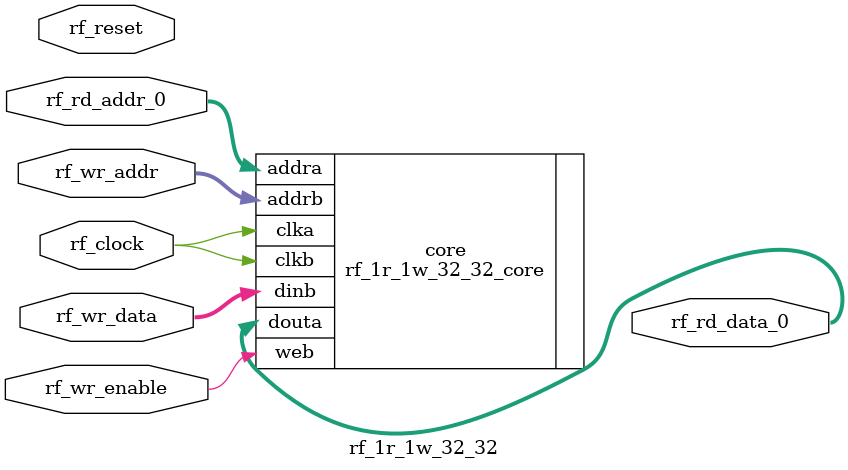
<source format=v>
module rf_1r_1w_32_32
(
    rf_clock,

    rf_reset,

    rf_rd_addr_0,
    rf_rd_data_0,

    rf_wr_enable,
    rf_wr_addr,
    rf_wr_data
);

    //b Clocks
    input rf_clock;

    //b Inputs
    input rf_reset;
    input [4:0]rf_rd_addr_0;
    input rf_wr_enable;
    input [4:0]rf_wr_addr;
    input [31:0]rf_wr_data;

    //b Outputs
    output [31:0]rf_rd_data_0;

rf_1r_1w_32_32_core core( .clka(rf_clock), .addra(rf_rd_addr_0), .douta(rf_rd_data_0),
                                .clkb(rf_clock), .addrb(rf_wr_addr), .dinb(rf_wr_data), .web(rf_wr_enable) );

endmodule

</source>
